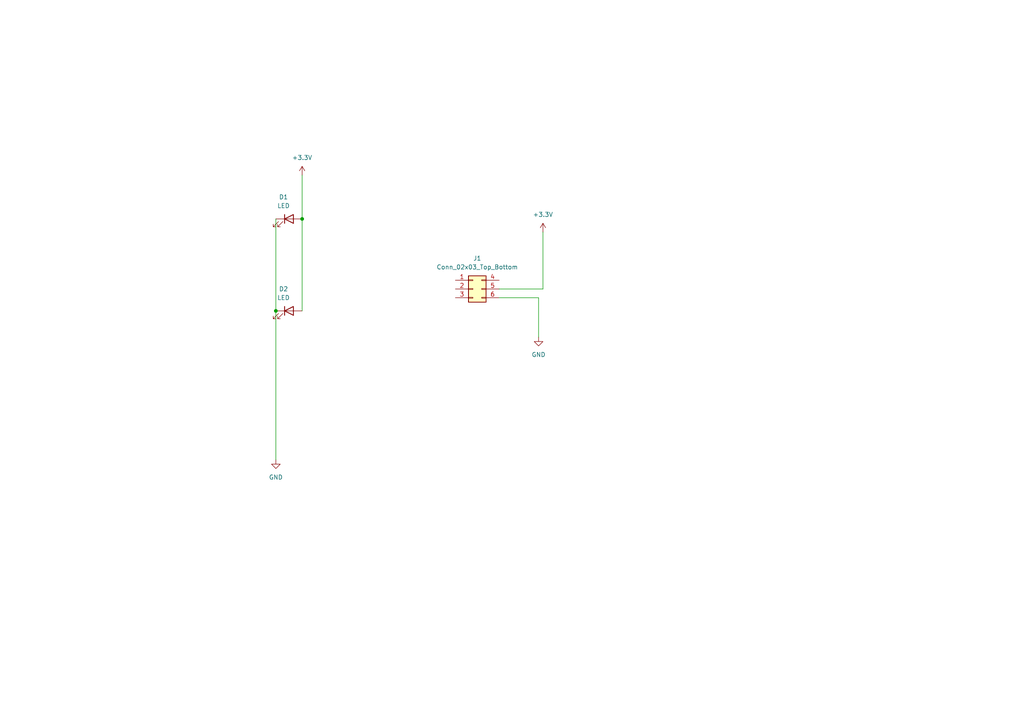
<source format=kicad_sch>
(kicad_sch (version 20250114) (generator "eeschema") (generator_version "9.0")
  (paper "A4")
  (lib_symbols
    (symbol "Connector_Generic:Conn_02x03_Top_Bottom" (pin_names (offset 1.016) (hide yes))
      (property "Reference" "J" (at 1.27 5.08 0))
      (property "Value" "Conn_02x03_Top_Bottom" (at 1.27 -5.08 0))
      (symbol "Conn_02x03_Top_Bottom_1_1"
        (rectangle (start -1.27 3.81) (end 3.81 -3.81) (stroke (width 0.254)) (fill (type background)))
        (rectangle (start -1.27 2.667) (end 0 2.413) (stroke (width 0.1524)))
        (rectangle (start -1.27 0.127) (end 0 -0.127) (stroke (width 0.1524)))
        (rectangle (start -1.27 -2.413) (end 0 -2.667) (stroke (width 0.1524)))
        (rectangle (start 3.81 2.667) (end 2.54 2.413) (stroke (width 0.1524)))
        (rectangle (start 3.81 0.127) (end 2.54 -0.127) (stroke (width 0.1524)))
        (rectangle (start 3.81 -2.413) (end 2.54 -2.667) (stroke (width 0.1524)))
        (pin passive line (at -5.08 2.54 0) (length 3.81) (name "Pin_1") (number "1"))
        (pin passive line (at -5.08 0 0) (length 3.81) (name "Pin_2") (number "2"))
        (pin passive line (at -5.08 -2.54 0) (length 3.81) (name "Pin_3") (number "3"))
        (pin passive line (at 7.62 2.54 180) (length 3.81) (name "Pin_4") (number "4"))
        (pin passive line (at 7.62 0 180) (length 3.81) (name "Pin_5") (number "5"))
        (pin passive line (at 7.62 -2.54 180) (length 3.81) (name "Pin_6") (number "6"))
      )
    )
    (symbol "Device:LED" (pin_numbers (hide yes)) (pin_names (offset 1.016) (hide yes))
      (property "Reference" "D" (at 0 2.54 0))
      (property "Value" "LED" (at 0 -2.54 0))
      (symbol "LED_0_1"
        (polyline (pts (xy -3.048 -0.762) (xy -4.572 -2.286) (xy -3.81 -2.286) (xy -4.572 -2.286) (xy -4.572 -1.524)))
        (polyline (pts (xy -1.778 -0.762) (xy -3.302 -2.286) (xy -2.54 -2.286) (xy -3.302 -2.286) (xy -3.302 -1.524)))
        (polyline (pts (xy -1.27 0) (xy 1.27 0)))
        (polyline (pts (xy -1.27 -1.27) (xy -1.27 1.27)) (stroke (width 0.254)))
        (polyline (pts (xy 1.27 -1.27) (xy 1.27 1.27) (xy -1.27 0) (xy 1.27 -1.27)) (stroke (width 0.254)))
      )
      (symbol "LED_1_1"
        (pin passive line (at -3.81 0 0) (length 2.54) (name "K") (number "1"))
        (pin passive line (at 3.81 0 180) (length 2.54) (name "A") (number "2"))
      )
    )
    (symbol "power:+3.3V" (power) (pin_names (offset 0))
      (property "Value" "+3.3V" (at 0 3.556 0))
      (symbol "+3.3V_0_1"
        (polyline (pts (xy -0.762 1.27) (xy 0 2.54)))
        (polyline (pts (xy 0 2.54) (xy 0.762 1.27)))
        (polyline (pts (xy 0 0) (xy 0 2.54)))
      )
      (symbol "+3.3V_1_1"
        (pin power_in line (at 0 0 90) (length 0) (hide yes) (name "+3.3V") (number "1"))
      )
    )
    (symbol "power:GND" (power) (pin_names (offset 0))
      (property "Value" "GND" (at 0 -3.81 0))
      (symbol "GND_0_1"
        (polyline (pts (xy 0 0) (xy 0 -1.27) (xy 1.27 -1.27) (xy 0 -2.54) (xy -1.27 -1.27) (xy 0 -1.27)))
      )
      (symbol "GND_1_1"
        (pin power_in line (at 0 0 270) (length 0) (hide yes) (name "GND") (number "1"))
      )
    )
  )
  (junction (at 87.63 63.5))
  (junction (at 80.01 90.17))
  (wire (pts (xy 80.01 63.5) (xy 80.01 90.17)))
  (wire (pts (xy 87.63 63.5) (xy 87.63 90.17)))
  (wire (pts (xy 144.78 83.82) (xy 157.48 83.82)))
  (wire (pts (xy 156.21 86.36) (xy 156.21 97.79)))
  (wire (pts (xy 80.01 90.17) (xy 80.01 133.35)))
  (wire (pts (xy 144.78 86.36) (xy 156.21 86.36)))
  (wire (pts (xy 87.63 50.8) (xy 87.63 63.5)))
  (wire (pts (xy 157.48 67.31) (xy 157.48 83.82)))
  (symbol (lib_id "power:+3.3V") (at 157.48 67.31 0) (unit 1)
    (property "Reference" "#PWR0101" (effects (hide yes)))
    (property "Value" "+3.3V" (at 157.48 62.23 0))
  )
  (symbol (lib_id "power:GND") (at 80.01 133.35 0) (unit 1)
    (property "Reference" "#PWR0104" (effects (hide yes)))
    (property "Value" "GND" (at 80.01 138.43 0))
  )
  (symbol (lib_id "Device:LED") (at 83.82 90.17 0) (unit 1)
    (property "Reference" "D2" (at 82.2325 83.82 0))
    (property "Value" "LED" (at 82.2325 86.36 0))
    (property "Footprint" "LED_THT:LED_D3.0mm" (effects (hide yes)))
  )
  (symbol (lib_id "power:GND") (at 156.21 97.79 0) (unit 1)
    (property "Reference" "#PWR0103" (effects (hide yes)))
    (property "Value" "GND" (at 156.21 102.87 0))
  )
  (symbol (lib_id "power:+3.3V") (at 87.63 50.8 0) (unit 1)
    (property "Reference" "#PWR0102" (effects (hide yes)))
    (property "Value" "+3.3V" (at 87.63 45.72 0))
  )
  (symbol (lib_id "Connector_Generic:Conn_02x03_Top_Bottom") (at 137.16 83.82 0) (unit 1)
    (property "Reference" "J1" (at 138.43 74.93 0))
    (property "Value" "Conn_02x03_Top_Bottom" (at 138.43 77.47 0))
    (property "Footprint" "DC31_Cnet_Badge_SAO:PinSocket_2x03_P2.54mm_Vertical_Tab" (effects (hide yes)))
  )
  (symbol (lib_id "Device:LED") (at 83.82 63.5 0) (unit 1)
    (property "Reference" "D1" (at 82.2325 57.15 0))
    (property "Value" "LED" (at 82.2325 59.69 0))
    (property "Footprint" "LED_THT:LED_D3.0mm" (effects (hide yes)))
  )
)
</source>
